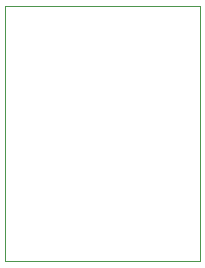
<source format=gbr>
G04 #@! TF.GenerationSoftware,KiCad,Pcbnew,5.1.4-e60b266~84~ubuntu18.04.1*
G04 #@! TF.CreationDate,2019-10-28T16:04:40+08:00*
G04 #@! TF.ProjectId,ST-Adapt,53542d41-6461-4707-942e-6b696361645f,rev?*
G04 #@! TF.SameCoordinates,Original*
G04 #@! TF.FileFunction,Profile,NP*
%FSLAX46Y46*%
G04 Gerber Fmt 4.6, Leading zero omitted, Abs format (unit mm)*
G04 Created by KiCad (PCBNEW 5.1.4-e60b266~84~ubuntu18.04.1) date 2019-10-28 16:04:40*
%MOMM*%
%LPD*%
G04 APERTURE LIST*
%ADD10C,0.050000*%
G04 APERTURE END LIST*
D10*
X134620000Y-102235000D02*
X134620000Y-80645000D01*
X151130000Y-102235000D02*
X134620000Y-102235000D01*
X151130000Y-80645000D02*
X151130000Y-102235000D01*
X134620000Y-80645000D02*
X151130000Y-80645000D01*
M02*

</source>
